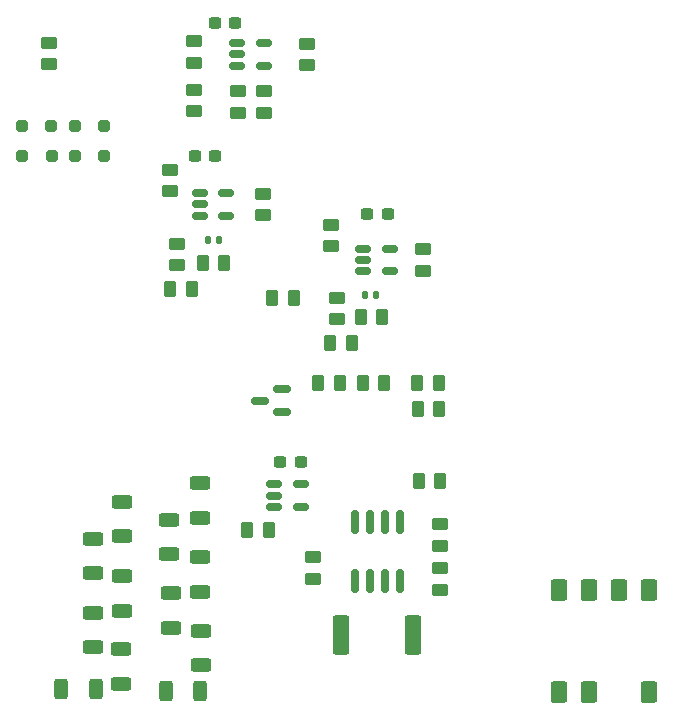
<source format=gtp>
G04 #@! TF.GenerationSoftware,KiCad,Pcbnew,8.0.8*
G04 #@! TF.CreationDate,2025-02-19T14:34:16-05:00*
G04 #@! TF.ProjectId,afe_230v_16a,6166655f-3233-4307-965f-3136612e6b69,rev?*
G04 #@! TF.SameCoordinates,Original*
G04 #@! TF.FileFunction,Paste,Top*
G04 #@! TF.FilePolarity,Positive*
%FSLAX46Y46*%
G04 Gerber Fmt 4.6, Leading zero omitted, Abs format (unit mm)*
G04 Created by KiCad (PCBNEW 8.0.8) date 2025-02-19 14:34:16*
%MOMM*%
%LPD*%
G01*
G04 APERTURE LIST*
G04 Aperture macros list*
%AMRoundRect*
0 Rectangle with rounded corners*
0 $1 Rounding radius*
0 $2 $3 $4 $5 $6 $7 $8 $9 X,Y pos of 4 corners*
0 Add a 4 corners polygon primitive as box body*
4,1,4,$2,$3,$4,$5,$6,$7,$8,$9,$2,$3,0*
0 Add four circle primitives for the rounded corners*
1,1,$1+$1,$2,$3*
1,1,$1+$1,$4,$5*
1,1,$1+$1,$6,$7*
1,1,$1+$1,$8,$9*
0 Add four rect primitives between the rounded corners*
20,1,$1+$1,$2,$3,$4,$5,0*
20,1,$1+$1,$4,$5,$6,$7,0*
20,1,$1+$1,$6,$7,$8,$9,0*
20,1,$1+$1,$8,$9,$2,$3,0*%
G04 Aperture macros list end*
%ADD10RoundRect,0.250000X-0.450000X0.262500X-0.450000X-0.262500X0.450000X-0.262500X0.450000X0.262500X0*%
%ADD11RoundRect,0.250000X0.625000X-0.312500X0.625000X0.312500X-0.625000X0.312500X-0.625000X-0.312500X0*%
%ADD12RoundRect,0.250000X0.450000X-0.262500X0.450000X0.262500X-0.450000X0.262500X-0.450000X-0.262500X0*%
%ADD13RoundRect,0.250000X0.250000X0.250000X-0.250000X0.250000X-0.250000X-0.250000X0.250000X-0.250000X0*%
%ADD14RoundRect,0.140000X-0.140000X-0.170000X0.140000X-0.170000X0.140000X0.170000X-0.140000X0.170000X0*%
%ADD15RoundRect,0.250000X0.262500X0.450000X-0.262500X0.450000X-0.262500X-0.450000X0.262500X-0.450000X0*%
%ADD16RoundRect,0.237500X0.300000X0.237500X-0.300000X0.237500X-0.300000X-0.237500X0.300000X-0.237500X0*%
%ADD17RoundRect,0.150000X0.587500X0.150000X-0.587500X0.150000X-0.587500X-0.150000X0.587500X-0.150000X0*%
%ADD18RoundRect,0.150000X-0.512500X-0.150000X0.512500X-0.150000X0.512500X0.150000X-0.512500X0.150000X0*%
%ADD19RoundRect,0.150000X0.150000X-0.825000X0.150000X0.825000X-0.150000X0.825000X-0.150000X-0.825000X0*%
%ADD20RoundRect,0.250000X-0.262500X-0.450000X0.262500X-0.450000X0.262500X0.450000X-0.262500X0.450000X0*%
%ADD21RoundRect,0.249999X-0.450001X0.675001X-0.450001X-0.675001X0.450001X-0.675001X0.450001X0.675001X0*%
%ADD22RoundRect,0.250000X-0.250000X-0.250000X0.250000X-0.250000X0.250000X0.250000X-0.250000X0.250000X0*%
%ADD23RoundRect,0.249999X-0.450001X-1.425001X0.450001X-1.425001X0.450001X1.425001X-0.450001X1.425001X0*%
%ADD24RoundRect,0.250000X-0.312500X-0.625000X0.312500X-0.625000X0.312500X0.625000X-0.312500X0.625000X0*%
G04 APERTURE END LIST*
D10*
X123160000Y-69145000D03*
X123160000Y-70970000D03*
D11*
X135990000Y-115610000D03*
X135990000Y-112685000D03*
X129310000Y-123400000D03*
X129310000Y-120475000D03*
D12*
X145550000Y-114525000D03*
X145550000Y-112700000D03*
D10*
X135450000Y-73087500D03*
X135450000Y-74912500D03*
D12*
X134039318Y-87962500D03*
X134039318Y-86137500D03*
X133439318Y-81687500D03*
X133439318Y-79862500D03*
D13*
X127850000Y-78675000D03*
X125350000Y-78675000D03*
D14*
X136629318Y-85837500D03*
X137589318Y-85837500D03*
D15*
X156225000Y-100100000D03*
X154400000Y-100100000D03*
D12*
X147532500Y-92550000D03*
X147532500Y-90725000D03*
D16*
X138930000Y-67450000D03*
X137205000Y-67450000D03*
D12*
X145075000Y-71050000D03*
X145075000Y-69225000D03*
D16*
X144490000Y-104640000D03*
X142765000Y-104640000D03*
D12*
X139150000Y-75037500D03*
X139150000Y-73212500D03*
D16*
X151862500Y-83600000D03*
X150137500Y-83600000D03*
D17*
X142890000Y-100370000D03*
X142890000Y-98470000D03*
X141015000Y-99420000D03*
D18*
X139112500Y-69162500D03*
X139112500Y-70112500D03*
X139112500Y-71062500D03*
X141387500Y-71062500D03*
X141387500Y-69162500D03*
D10*
X156305000Y-113600000D03*
X156305000Y-115425000D03*
D16*
X137242500Y-78750000D03*
X135517500Y-78750000D03*
D11*
X129360000Y-117200000D03*
X129360000Y-114275000D03*
D19*
X149135000Y-114665000D03*
X150405000Y-114665000D03*
X151675000Y-114665000D03*
X152945000Y-114665000D03*
X152945000Y-109715000D03*
X151675000Y-109715000D03*
X150405000Y-109715000D03*
X149135000Y-109715000D03*
D15*
X141802500Y-110350000D03*
X139977500Y-110350000D03*
D10*
X135475000Y-68992500D03*
X135475000Y-70817500D03*
X141314318Y-81900000D03*
X141314318Y-83725000D03*
X154882500Y-86625000D03*
X154882500Y-88450000D03*
D20*
X142095000Y-90750000D03*
X143920000Y-90750000D03*
D21*
X174010000Y-115492500D03*
X171470000Y-115492500D03*
X168930000Y-115492500D03*
X166390000Y-115492500D03*
X166390000Y-124092500D03*
X168930000Y-124092500D03*
X174010000Y-124092500D03*
D22*
X120925000Y-78675000D03*
X123425000Y-78675000D03*
D11*
X133550000Y-118650000D03*
X133550000Y-115725000D03*
D15*
X156187500Y-97975000D03*
X154362500Y-97975000D03*
D20*
X147020000Y-94525000D03*
X148845000Y-94525000D03*
D12*
X156305000Y-111700000D03*
X156305000Y-109875000D03*
D11*
X135990000Y-109340000D03*
X135990000Y-106415000D03*
D22*
X120900000Y-76175000D03*
X123400000Y-76175000D03*
D15*
X138032500Y-87812500D03*
X136207500Y-87812500D03*
D20*
X133457500Y-89987500D03*
X135282500Y-89987500D03*
D18*
X149745000Y-86587500D03*
X149745000Y-87537500D03*
X149745000Y-88487500D03*
X152020000Y-88487500D03*
X152020000Y-86587500D03*
D15*
X147825000Y-97975000D03*
X146000000Y-97975000D03*
X156312500Y-106250000D03*
X154487500Y-106250000D03*
D23*
X147950000Y-119280000D03*
X154050000Y-119280000D03*
D11*
X133370000Y-112420000D03*
X133370000Y-109495000D03*
D12*
X147032500Y-86375000D03*
X147032500Y-84550000D03*
D11*
X136060000Y-121840000D03*
X136060000Y-118915000D03*
D18*
X142242500Y-106520000D03*
X142242500Y-107470000D03*
X142242500Y-108420000D03*
X144517500Y-108420000D03*
X144517500Y-106520000D03*
D14*
X149940000Y-90525000D03*
X150900000Y-90525000D03*
D15*
X151575000Y-97975000D03*
X149750000Y-97975000D03*
D12*
X141375000Y-75037500D03*
X141375000Y-73212500D03*
D11*
X129390000Y-110920000D03*
X129390000Y-107995000D03*
D13*
X127875000Y-76175000D03*
X125375000Y-76175000D03*
D18*
X135939318Y-81862500D03*
X135939318Y-82812500D03*
X135939318Y-83762500D03*
X138214318Y-83762500D03*
X138214318Y-81862500D03*
D24*
X133055000Y-124015000D03*
X135980000Y-124015000D03*
D11*
X126920000Y-114047500D03*
X126920000Y-111122500D03*
D15*
X151407500Y-92375000D03*
X149582500Y-92375000D03*
D24*
X124247500Y-123865000D03*
X127172500Y-123865000D03*
D11*
X126920000Y-120310000D03*
X126920000Y-117385000D03*
M02*

</source>
